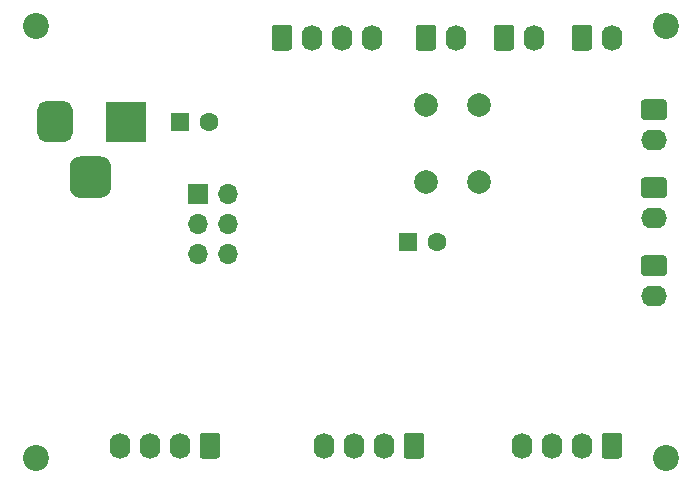
<source format=gbr>
%TF.GenerationSoftware,KiCad,Pcbnew,5.1.9+dfsg1-1*%
%TF.CreationDate,2021-12-01T21:23:14+01:00*%
%TF.ProjectId,stepper_board,73746570-7065-4725-9f62-6f6172642e6b,rev?*%
%TF.SameCoordinates,Original*%
%TF.FileFunction,Soldermask,Bot*%
%TF.FilePolarity,Negative*%
%FSLAX46Y46*%
G04 Gerber Fmt 4.6, Leading zero omitted, Abs format (unit mm)*
G04 Created by KiCad (PCBNEW 5.1.9+dfsg1-1) date 2021-12-01 21:23:14*
%MOMM*%
%LPD*%
G01*
G04 APERTURE LIST*
%ADD10C,2.200000*%
%ADD11R,1.600000X1.600000*%
%ADD12C,1.600000*%
%ADD13O,1.740000X2.190000*%
%ADD14O,2.190000X1.740000*%
%ADD15R,1.700000X1.700000*%
%ADD16O,1.700000X1.700000*%
%ADD17C,2.000000*%
%ADD18R,3.500000X3.500000*%
G04 APERTURE END LIST*
D10*
%TO.C,REF\u002A\u002A*%
X75184000Y-57404000D03*
%TD*%
%TO.C,REF\u002A\u002A*%
X128524000Y-57404000D03*
%TD*%
%TO.C,REF\u002A\u002A*%
X75184000Y-93980000D03*
%TD*%
%TO.C,REF\u002A\u002A*%
X128524000Y-93980000D03*
%TD*%
D11*
%TO.C,C14*%
X106680000Y-75692000D03*
D12*
X109180000Y-75692000D03*
%TD*%
%TO.C,C18*%
X89876000Y-65532000D03*
D11*
X87376000Y-65532000D03*
%TD*%
%TO.C,St.1*%
G36*
G01*
X108058000Y-92118999D02*
X108058000Y-93809001D01*
G75*
G02*
X107808001Y-94059000I-249999J0D01*
G01*
X106567999Y-94059000D01*
G75*
G02*
X106318000Y-93809001I0J249999D01*
G01*
X106318000Y-92118999D01*
G75*
G02*
X106567999Y-91869000I249999J0D01*
G01*
X107808001Y-91869000D01*
G75*
G02*
X108058000Y-92118999I0J-249999D01*
G01*
G37*
D13*
X104648000Y-92964000D03*
X102108000Y-92964000D03*
X99568000Y-92964000D03*
%TD*%
%TO.C,St.2*%
X116332000Y-92964000D03*
X118872000Y-92964000D03*
X121412000Y-92964000D03*
G36*
G01*
X124822000Y-92118999D02*
X124822000Y-93809001D01*
G75*
G02*
X124572001Y-94059000I-249999J0D01*
G01*
X123331999Y-94059000D01*
G75*
G02*
X123082000Y-93809001I0J249999D01*
G01*
X123082000Y-92118999D01*
G75*
G02*
X123331999Y-91869000I249999J0D01*
G01*
X124572001Y-91869000D01*
G75*
G02*
X124822000Y-92118999I0J-249999D01*
G01*
G37*
%TD*%
D14*
%TO.C,Pump 0*%
X127508000Y-67056000D03*
G36*
G01*
X126662999Y-63646000D02*
X128353001Y-63646000D01*
G75*
G02*
X128603000Y-63895999I0J-249999D01*
G01*
X128603000Y-65136001D01*
G75*
G02*
X128353001Y-65386000I-249999J0D01*
G01*
X126662999Y-65386000D01*
G75*
G02*
X126413000Y-65136001I0J249999D01*
G01*
X126413000Y-63895999D01*
G75*
G02*
X126662999Y-63646000I249999J0D01*
G01*
G37*
%TD*%
%TO.C,Pump 1*%
X127508000Y-73660000D03*
G36*
G01*
X126662999Y-70250000D02*
X128353001Y-70250000D01*
G75*
G02*
X128603000Y-70499999I0J-249999D01*
G01*
X128603000Y-71740001D01*
G75*
G02*
X128353001Y-71990000I-249999J0D01*
G01*
X126662999Y-71990000D01*
G75*
G02*
X126413000Y-71740001I0J249999D01*
G01*
X126413000Y-70499999D01*
G75*
G02*
X126662999Y-70250000I249999J0D01*
G01*
G37*
%TD*%
%TO.C,Pump 2*%
X127508000Y-80264000D03*
G36*
G01*
X126662999Y-76854000D02*
X128353001Y-76854000D01*
G75*
G02*
X128603000Y-77103999I0J-249999D01*
G01*
X128603000Y-78344001D01*
G75*
G02*
X128353001Y-78594000I-249999J0D01*
G01*
X126662999Y-78594000D01*
G75*
G02*
X126413000Y-78344001I0J249999D01*
G01*
X126413000Y-77103999D01*
G75*
G02*
X126662999Y-76854000I249999J0D01*
G01*
G37*
%TD*%
%TO.C,Home 0*%
G36*
G01*
X107334000Y-59265001D02*
X107334000Y-57574999D01*
G75*
G02*
X107583999Y-57325000I249999J0D01*
G01*
X108824001Y-57325000D01*
G75*
G02*
X109074000Y-57574999I0J-249999D01*
G01*
X109074000Y-59265001D01*
G75*
G02*
X108824001Y-59515000I-249999J0D01*
G01*
X107583999Y-59515000D01*
G75*
G02*
X107334000Y-59265001I0J249999D01*
G01*
G37*
D13*
X110744000Y-58420000D03*
%TD*%
%TO.C,Home 1*%
G36*
G01*
X113938000Y-59265001D02*
X113938000Y-57574999D01*
G75*
G02*
X114187999Y-57325000I249999J0D01*
G01*
X115428001Y-57325000D01*
G75*
G02*
X115678000Y-57574999I0J-249999D01*
G01*
X115678000Y-59265001D01*
G75*
G02*
X115428001Y-59515000I-249999J0D01*
G01*
X114187999Y-59515000D01*
G75*
G02*
X113938000Y-59265001I0J249999D01*
G01*
G37*
X117348000Y-58420000D03*
%TD*%
%TO.C,Home 2*%
G36*
G01*
X120542000Y-59265001D02*
X120542000Y-57574999D01*
G75*
G02*
X120791999Y-57325000I249999J0D01*
G01*
X122032001Y-57325000D01*
G75*
G02*
X122282000Y-57574999I0J-249999D01*
G01*
X122282000Y-59265001D01*
G75*
G02*
X122032001Y-59515000I-249999J0D01*
G01*
X120791999Y-59515000D01*
G75*
G02*
X120542000Y-59265001I0J249999D01*
G01*
G37*
X123952000Y-58420000D03*
%TD*%
%TO.C,I2C*%
G36*
G01*
X95142000Y-59265001D02*
X95142000Y-57574999D01*
G75*
G02*
X95391999Y-57325000I249999J0D01*
G01*
X96632001Y-57325000D01*
G75*
G02*
X96882000Y-57574999I0J-249999D01*
G01*
X96882000Y-59265001D01*
G75*
G02*
X96632001Y-59515000I-249999J0D01*
G01*
X95391999Y-59515000D01*
G75*
G02*
X95142000Y-59265001I0J249999D01*
G01*
G37*
X98552000Y-58420000D03*
X101092000Y-58420000D03*
X103632000Y-58420000D03*
%TD*%
D15*
%TO.C,ISP*%
X88900000Y-71628000D03*
D16*
X91440000Y-71628000D03*
X88900000Y-74168000D03*
X91440000Y-74168000D03*
X88900000Y-76708000D03*
X91440000Y-76708000D03*
%TD*%
D13*
%TO.C,St.0*%
X82296000Y-92964000D03*
X84836000Y-92964000D03*
X87376000Y-92964000D03*
G36*
G01*
X90786000Y-92118999D02*
X90786000Y-93809001D01*
G75*
G02*
X90536001Y-94059000I-249999J0D01*
G01*
X89295999Y-94059000D01*
G75*
G02*
X89046000Y-93809001I0J249999D01*
G01*
X89046000Y-92118999D01*
G75*
G02*
X89295999Y-91869000I249999J0D01*
G01*
X90536001Y-91869000D01*
G75*
G02*
X90786000Y-92118999I0J-249999D01*
G01*
G37*
%TD*%
D17*
%TO.C,RESET*%
X112704000Y-70612000D03*
X108204000Y-70612000D03*
X112704000Y-64112000D03*
X108204000Y-64112000D03*
%TD*%
D18*
%TO.C,J3*%
X82804000Y-65532000D03*
G36*
G01*
X75304000Y-66532000D02*
X75304000Y-64532000D01*
G75*
G02*
X76054000Y-63782000I750000J0D01*
G01*
X77554000Y-63782000D01*
G75*
G02*
X78304000Y-64532000I0J-750000D01*
G01*
X78304000Y-66532000D01*
G75*
G02*
X77554000Y-67282000I-750000J0D01*
G01*
X76054000Y-67282000D01*
G75*
G02*
X75304000Y-66532000I0J750000D01*
G01*
G37*
G36*
G01*
X78054000Y-71107000D02*
X78054000Y-69357000D01*
G75*
G02*
X78929000Y-68482000I875000J0D01*
G01*
X80679000Y-68482000D01*
G75*
G02*
X81554000Y-69357000I0J-875000D01*
G01*
X81554000Y-71107000D01*
G75*
G02*
X80679000Y-71982000I-875000J0D01*
G01*
X78929000Y-71982000D01*
G75*
G02*
X78054000Y-71107000I0J875000D01*
G01*
G37*
%TD*%
M02*

</source>
